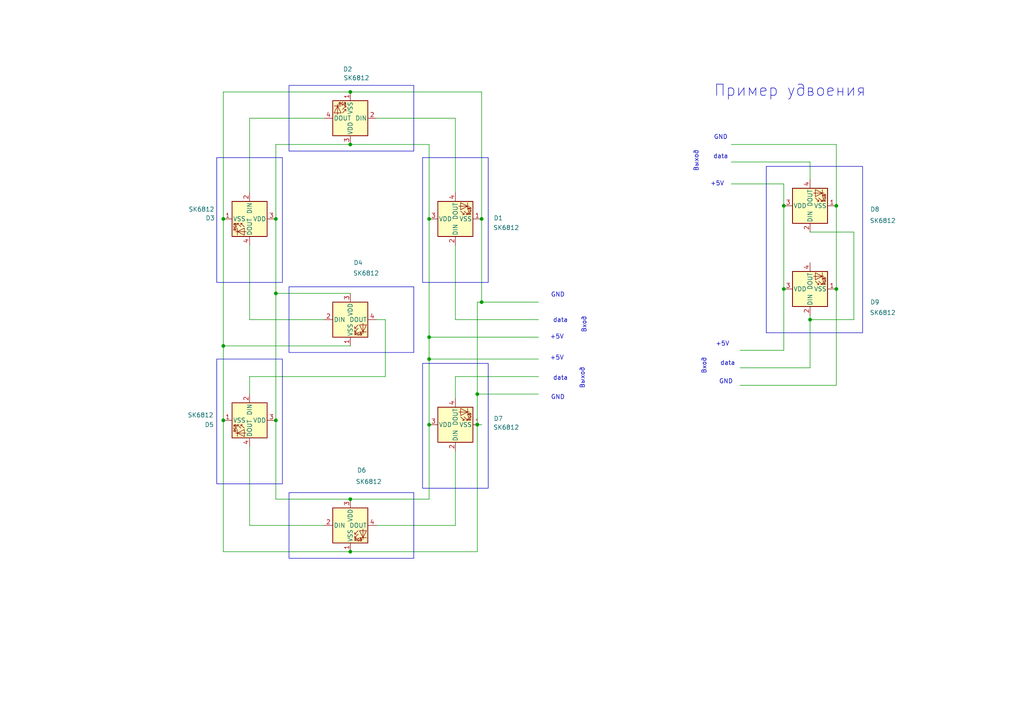
<source format=kicad_sch>
(kicad_sch (version 20231120) (generator "eeschema") (generator_version "8.0")
  (paper "A4")
  (title_block (title "Pixel chain") (company "CYBEREX TECH"))
  (lib_symbols
    (symbol "LED:SK6812" (pin_names (offset 0.254))
      (property "Reference" "D" (at 5.08 5.715 0))
      (property "Value" "SK6812" (at 1.27 -5.715 0))
      (symbol "SK6812_0_0"
        (text "RGB" (at 2.286 -4.191 0) (effects (font (size 0.762 0.762))))
      )
      (symbol "SK6812_0_1"
        (polyline (pts (xy 1.27 -3.556) (xy 1.778 -3.556)))
        (polyline (pts (xy 1.27 -2.54) (xy 1.778 -2.54)))
        (polyline (pts (xy 4.699 -3.556) (xy 2.667 -3.556)))
        (polyline (pts (xy 2.286 -2.54) (xy 1.27 -3.556) (xy 1.27 -3.048)))
        (polyline (pts (xy 2.286 -1.524) (xy 1.27 -2.54) (xy 1.27 -2.032)))
        (polyline (pts (xy 3.683 -1.016) (xy 3.683 -3.556) (xy 3.683 -4.064)))
        (polyline (pts (xy 4.699 -1.524) (xy 2.667 -1.524) (xy 3.683 -3.556) (xy 4.699 -1.524)))
        (rectangle (start 5.08 5.08) (end -5.08 -5.08) (stroke (width 0.254)) (fill (type background)))
      )
      (symbol "SK6812_1_1"
        (pin power_in line (at 0 -7.62 90) (length 2.54) (name "VSS") (number "1"))
        (pin input line (at -7.62 0 0) (length 2.54) (name "DIN") (number "2"))
        (pin power_in line (at 0 7.62 270) (length 2.54) (name "VDD") (number "3"))
        (pin output line (at 7.62 0 180) (length 2.54) (name "DOUT") (number "4"))
      )
    )
  )
  (junction (at 101.6 160.02))
  (junction (at 227.33 83.82))
  (junction (at 80.01 85.09))
  (junction (at 101.6 144.78))
  (junction (at 139.7 87.63))
  (junction (at 234.95 92.71))
  (junction (at 242.57 83.82))
  (junction (at 80.01 121.92))
  (junction (at 139.7 63.5))
  (junction (at 64.77 63.5))
  (junction (at 124.46 63.5))
  (junction (at 227.33 59.69))
  (junction (at 124.46 123.19))
  (junction (at 101.6 41.91))
  (junction (at 138.43 114.3))
  (junction (at 80.01 63.5))
  (junction (at 64.77 121.92))
  (junction (at 124.46 104.14))
  (junction (at 64.77 100.33))
  (junction (at 242.57 59.69))
  (junction (at 138.43 123.19))
  (junction (at 101.6 26.67))
  (junction (at 124.46 97.79))
  (wire (pts (xy 101.6 41.91) (xy 124.46 41.91)))
  (wire (pts (xy 132.08 71.12) (xy 132.08 92.71)))
  (wire (pts (xy 242.57 59.69) (xy 242.57 83.82)))
  (wire (pts (xy 64.77 26.67) (xy 101.6 26.67)))
  (wire (pts (xy 124.46 97.79) (xy 156.21 97.79)))
  (wire (pts (xy 138.43 123.19) (xy 138.43 114.3)))
  (wire (pts (xy 72.39 109.22) (xy 72.39 114.3)))
  (wire (pts (xy 64.77 63.5) (xy 64.77 100.33)))
  (wire (pts (xy 139.7 63.5) (xy 139.7 26.67)))
  (wire (pts (xy 80.01 144.78) (xy 101.6 144.78)))
  (wire (pts (xy 80.01 121.92) (xy 80.01 144.78)))
  (wire (pts (xy 132.08 34.29) (xy 109.22 34.29)))
  (wire (pts (xy 72.39 129.54) (xy 72.39 152.4)))
  (wire (pts (xy 234.95 52.07) (xy 234.95 46.99)))
  (wire (pts (xy 214.63 101.6) (xy 227.33 101.6)))
  (wire (pts (xy 212.09 53.34) (xy 227.33 53.34)))
  (wire (pts (xy 124.46 104.14) (xy 124.46 123.19)))
  (wire (pts (xy 132.08 152.4) (xy 132.08 130.81)))
  (wire (pts (xy 124.46 144.78) (xy 124.46 123.19)))
  (wire (pts (xy 214.63 106.68) (xy 234.95 106.68)))
  (wire (pts (xy 93.98 34.29) (xy 72.39 34.29)))
  (wire (pts (xy 72.39 152.4) (xy 93.98 152.4)))
  (wire (pts (xy 139.7 63.5) (xy 139.7 87.63)))
  (wire (pts (xy 80.01 41.91) (xy 101.6 41.91)))
  (wire (pts (xy 132.08 115.57) (xy 132.08 109.22)))
  (wire (pts (xy 72.39 92.71) (xy 93.98 92.71)))
  (wire (pts (xy 242.57 83.82) (xy 242.57 111.76)))
  (wire (pts (xy 124.46 104.14) (xy 156.21 104.14)))
  (wire (pts (xy 124.46 41.91) (xy 124.46 63.5)))
  (wire (pts (xy 234.95 67.31) (xy 247.65 67.31)))
  (wire (pts (xy 80.01 63.5) (xy 80.01 85.09)))
  (wire (pts (xy 101.6 160.02) (xy 138.43 160.02)))
  (wire (pts (xy 227.33 59.69) (xy 227.33 83.82)))
  (wire (pts (xy 124.46 63.5) (xy 124.46 97.79)))
  (wire (pts (xy 111.76 109.22) (xy 72.39 109.22)))
  (wire (pts (xy 242.57 59.69) (xy 242.57 41.91)))
  (wire (pts (xy 80.01 63.5) (xy 80.01 41.91)))
  (wire (pts (xy 138.43 114.3) (xy 156.21 114.3)))
  (wire (pts (xy 72.39 34.29) (xy 72.39 55.88)))
  (wire (pts (xy 64.77 160.02) (xy 101.6 160.02)))
  (wire (pts (xy 101.6 144.78) (xy 124.46 144.78)))
  (wire (pts (xy 64.77 121.92) (xy 64.77 160.02)))
  (wire (pts (xy 214.63 111.76) (xy 242.57 111.76)))
  (wire (pts (xy 72.39 71.12) (xy 72.39 92.71)))
  (wire (pts (xy 124.46 97.79) (xy 124.46 104.14)))
  (wire (pts (xy 227.33 59.69) (xy 227.33 53.34)))
  (wire (pts (xy 64.77 100.33) (xy 101.6 100.33)))
  (wire (pts (xy 80.01 85.09) (xy 80.01 121.92)))
  (wire (pts (xy 109.22 152.4) (xy 132.08 152.4)))
  (wire (pts (xy 212.09 41.91) (xy 242.57 41.91)))
  (wire (pts (xy 138.43 87.63) (xy 139.7 87.63)))
  (wire (pts (xy 139.7 123.19) (xy 138.43 123.19)))
  (wire (pts (xy 234.95 106.68) (xy 234.95 92.71)))
  (wire (pts (xy 64.77 63.5) (xy 64.77 26.67)))
  (wire (pts (xy 227.33 83.82) (xy 227.33 101.6)))
  (wire (pts (xy 212.09 46.99) (xy 234.95 46.99)))
  (wire (pts (xy 138.43 114.3) (xy 138.43 87.63)))
  (wire (pts (xy 132.08 109.22) (xy 156.21 109.22)))
  (wire (pts (xy 132.08 55.88) (xy 132.08 34.29)))
  (wire (pts (xy 109.22 92.71) (xy 111.76 92.71)))
  (wire (pts (xy 139.7 26.67) (xy 101.6 26.67)))
  (wire (pts (xy 247.65 92.71) (xy 234.95 92.71)))
  (wire (pts (xy 138.43 160.02) (xy 138.43 123.19)))
  (wire (pts (xy 64.77 100.33) (xy 64.77 121.92)))
  (wire (pts (xy 80.01 85.09) (xy 101.6 85.09)))
  (wire (pts (xy 234.95 92.71) (xy 234.95 91.44)))
  (wire (pts (xy 247.65 67.31) (xy 247.65 92.71)))
  (wire (pts (xy 139.7 87.63) (xy 156.21 87.63)))
  (wire (pts (xy 132.08 92.71) (xy 156.21 92.71)))
  (wire (pts (xy 111.76 92.71) (xy 111.76 109.22)))
  (rectangle (start 62.865 104.14) (end 81.915 140.335))
  (rectangle (start 62.865 45.72) (end 81.915 81.915))
  (rectangle (start 83.82 161.925) (end 120.015 142.875))
  (rectangle (start 222.25 48.26) (end 250.19 96.52))
  (rectangle (start 83.82 43.815) (end 120.015 24.765))
  (rectangle (start 122.555 45.72) (end 141.605 81.915))
  (rectangle (start 122.555 105.41) (end 141.605 141.605))
  (rectangle (start 83.82 102.235) (end 120.015 83.185))
  (text "data" (at 162.56 92.964 0) (effects (font (size 1.27 1.27))))
  (text "GND" (at 161.798 85.598 0) (effects (font (size 1.27 1.27))))
  (text "Вход" (at 169.418 94.234 90) (effects (font (size 1.27 1.27))))
  (text "Вход" (at 204.216 106.172 90) (effects (font (size 1.27 1.27))))
  (text "data" (at 211.074 105.41 0) (effects (font (size 1.27 1.27))))
  (text "GND" (at 210.566 110.744 0) (effects (font (size 1.27 1.27))))
  (text "Пример удвоения" (at 229.108 26.416 0) (effects (font (size 3.27 3.27))))
  (text "data" (at 162.56 109.728 0) (effects (font (size 1.27 1.27))))
  (text "data" (at 209.042 45.466 0) (effects (font (size 1.27 1.27))))
  (text "GND" (at 209.042 39.878 0) (effects (font (size 1.27 1.27))))
  (text "+5V" (at 161.544 103.886 0) (effects (font (size 1.27 1.27))))
  (text "Выход" (at 201.93 46.736 90) (effects (font (size 1.27 1.27))))
  (text "+5V" (at 161.544 97.79 0) (effects (font (size 1.27 1.27))))
  (text "GND" (at 161.798 115.316 0) (effects (font (size 1.27 1.27))))
  (text "+5V" (at 208.026 53.34 0) (effects (font (size 1.27 1.27))))
  (text "Выход" (at 168.91 109.728 90) (effects (font (size 1.27 1.27))))
  (text "+5V" (at 209.55 99.822 0) (effects (font (size 1.27 1.27))))
  (symbol (lib_id "LED:SK6812") (at 234.95 59.69 90) (unit 1)
    (property "Reference" "D8" (at 253.746 60.706 90))
    (property "Value" "SK6812" (at 256.032 64.008 90))
    (property "Footprint" "LED_SMD:LED_SK6812_PLCC4_5.0x5.0mm_P3.2mm" (effects (hide yes)))
    (property "Datasheet" "https://cdn-shop.adafruit.com/product-files/1138/SK6812+LED+datasheet+.pdf" (effects (hide yes)))
    (property "Description" "RGB LED with integrated controller" (effects (hide yes)))
  )
  (symbol (lib_id "LED:SK6812") (at 72.39 63.5 270) (unit 1)
    (property "Reference" "D3" (at 60.96 63.246 90))
    (property "Value" "SK6812" (at 58.42 60.706 90))
    (property "Footprint" "LED_SMD:LED_SK6812_PLCC4_5.0x5.0mm_P3.2mm" (effects (hide yes)))
    (property "Datasheet" "https://cdn-shop.adafruit.com/product-files/1138/SK6812+LED+datasheet+.pdf" (effects (hide yes)))
    (property "Description" "RGB LED with integrated controller" (effects (hide yes)))
  )
  (symbol (lib_id "LED:SK6812") (at 72.39 121.92 270) (unit 1)
    (property "Reference" "D5" (at 60.706 123.19 90))
    (property "Value" "SK6812" (at 58.166 120.396 90))
    (property "Footprint" "LED_SMD:LED_SK6812_PLCC4_5.0x5.0mm_P3.2mm" (effects (hide yes)))
    (property "Datasheet" "https://cdn-shop.adafruit.com/product-files/1138/SK6812+LED+datasheet+.pdf" (effects (hide yes)))
    (property "Description" "RGB LED with integrated controller" (effects (hide yes)))
  )
  (symbol (lib_id "LED:SK6812") (at 234.95 83.82 90) (unit 1)
    (property "Reference" "D9" (at 253.746 87.63 90))
    (property "Value" "SK6812" (at 256.032 90.678 90))
    (property "Footprint" "LED_SMD:LED_SK6812_PLCC4_5.0x5.0mm_P3.2mm" (effects (hide yes)))
    (property "Datasheet" "https://cdn-shop.adafruit.com/product-files/1138/SK6812+LED+datasheet+.pdf" (effects (hide yes)))
    (property "Description" "RGB LED with integrated controller" (effects (hide yes)))
  )
  (symbol (lib_id "LED:SK6812") (at 132.08 123.19 90) (unit 1)
    (property "Reference" "D7" (at 144.526 121.412 90))
    (property "Value" "SK6812" (at 146.812 123.952 90))
    (property "Footprint" "LED_SMD:LED_SK6812_PLCC4_5.0x5.0mm_P3.2mm" (effects (hide yes)))
    (property "Datasheet" "https://cdn-shop.adafruit.com/product-files/1138/SK6812+LED+datasheet+.pdf" (effects (hide yes)))
    (property "Description" "RGB LED with integrated controller" (effects (hide yes)))
  )
  (symbol (lib_id "LED:SK6812") (at 132.08 63.5 90) (unit 1)
    (property "Reference" "D1" (at 144.526 63.246 90))
    (property "Value" "SK6812" (at 146.812 66.04 90))
    (property "Footprint" "LED_SMD:LED_SK6812_PLCC4_5.0x5.0mm_P3.2mm" (effects (hide yes)))
    (property "Datasheet" "https://cdn-shop.adafruit.com/product-files/1138/SK6812+LED+datasheet+.pdf" (effects (hide yes)))
    (property "Description" "RGB LED with integrated controller" (effects (hide yes)))
  )
  (symbol (lib_id "LED:SK6812") (at 101.6 152.4 0) (unit 1)
    (property "Reference" "D6" (at 104.902 136.398 0))
    (property "Value" "SK6812" (at 106.934 139.7 0))
    (property "Footprint" "LED_SMD:LED_SK6812_PLCC4_5.0x5.0mm_P3.2mm" (effects (hide yes)))
    (property "Datasheet" "https://cdn-shop.adafruit.com/product-files/1138/SK6812+LED+datasheet+.pdf" (effects (hide yes)))
    (property "Description" "RGB LED with integrated controller" (effects (hide yes)))
  )
  (symbol (lib_id "LED:SK6812") (at 101.6 92.71 0) (unit 1)
    (property "Reference" "D4" (at 103.886 76.2 0))
    (property "Value" "SK6812" (at 106.172 79.248 0))
    (property "Footprint" "LED_SMD:LED_SK6812_PLCC4_5.0x5.0mm_P3.2mm" (effects (hide yes)))
    (property "Datasheet" "https://cdn-shop.adafruit.com/product-files/1138/SK6812+LED+datasheet+.pdf" (effects (hide yes)))
    (property "Description" "RGB LED with integrated controller" (effects (hide yes)))
  )
  (symbol (lib_id "LED:SK6812") (at 101.6 34.29 180) (unit 1)
    (property "Reference" "D2" (at 100.838 20.066 0))
    (property "Value" "SK6812" (at 103.378 22.606 0))
    (property "Footprint" "LED_SMD:LED_SK6812_PLCC4_5.0x5.0mm_P3.2mm" (effects (hide yes)))
    (property "Datasheet" "https://cdn-shop.adafruit.com/product-files/1138/SK6812+LED+datasheet+.pdf" (effects (hide yes)))
    (property "Description" "RGB LED with integrated controller" (effects (hide yes)))
  )
)
</source>
